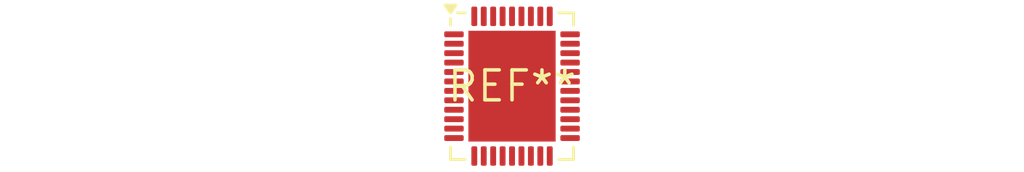
<source format=kicad_pcb>
(kicad_pcb (version 20240108) (generator pcbnew)
  (layers (0 "F.Cu" signal) (31 "B.Cu" signal) (34 "B.Paste" user) (35 "F.Paste" user) (36 "B.SilkS" user "B.Silkscreen") (37 "F.SilkS" user "F.Silkscreen") (38 "B.Mask" user) (39 "F.Mask" user) (44 "Edge.Cuts" user))
  (net 0 "")
  (footprint "QFN-42-1EP_5x6mm_P0.4mm_EP3.7x4.7mm" (layer "F.Cu") (at 0 0)
    (property "Reference" "REF**")
    (property "Value" "QFN-42-1EP_5x6mm_P0.4mm_EP3.7x4.7mm")
    (fp_line (start -2.61 -2.585) (end -2.61 -2.87) (layer "F.SilkS") (stroke (width 0.12)))
    (fp_line (start -2.61 3.11) (end -2.61 2.585) (layer "F.SilkS") (stroke (width 0.12)))
    (fp_line (start -1.985 -3.11) (end -2.31 -3.11) (layer "F.SilkS") (stroke (width 0.12)))
    (fp_line (start -1.985 3.11) (end -2.61 3.11) (layer "F.SilkS") (stroke (width 0.12)))
    (fp_line (start 1.985 -3.11) (end 2.61 -3.11) (layer "F.SilkS") (stroke (width 0.12)))
    (fp_line (start 1.985 3.11) (end 2.61 3.11) (layer "F.SilkS") (stroke (width 0.12)))
    (fp_line (start 2.61 -3.11) (end 2.61 -2.585) (layer "F.SilkS") (stroke (width 0.12)))
    (fp_line (start 2.61 3.11) (end 2.61 2.585) (layer "F.SilkS") (stroke (width 0.12)))
    (fp_poly (pts (xy -2.61 -3.11) (xy -2.85 -3.44) (xy -2.37 -3.44) (xy -2.61 -3.11)) (layer "F.SilkS") (stroke (width 0.12)) (fill solid))
    (pad "1" smd roundrect (at -2.4625 -2.2) (size 0.825 0.25) (layers "F.Cu" "F.Paste" "F.Mask"))
    (pad "2" smd roundrect (at -2.4625 -1.8) (size 0.825 0.25) (layers "F.Cu" "F.Paste" "F.Mask"))
    (pad "3" smd roundrect (at -2.4625 -1.4) (size 0.825 0.25) (layers "F.Cu" "F.Paste" "F.Mask"))
    (pad "4" smd roundrect (at -2.4625 -1) (size 0.825 0.25) (layers "F.Cu" "F.Paste" "F.Mask"))
    (pad "5" smd roundrect (at -2.4625 -0.6) (size 0.825 0.25) (layers "F.Cu" "F.Paste" "F.Mask"))
    (pad "6" smd roundrect (at -2.4625 -0.2) (size 0.825 0.25) (layers "F.Cu" "F.Paste" "F.Mask"))
    (pad "7" smd roundrect (at -2.4625 0.2) (size 0.825 0.25) (layers "F.Cu" "F.Paste" "F.Mask"))
    (pad "8" smd roundrect (at -2.4625 0.6) (size 0.825 0.25) (layers "F.Cu" "F.Paste" "F.Mask"))
    (pad "9" smd roundrect (at -2.4625 1) (size 0.825 0.25) (layers "F.Cu" "F.Paste" "F.Mask"))
    (pad "10" smd roundrect (at -2.4625 1.4) (size 0.825 0.25) (layers "F.Cu" "F.Paste" "F.Mask"))
    (pad "11" smd roundrect (at -2.4625 1.8) (size 0.825 0.25) (layers "F.Cu" "F.Paste" "F.Mask"))
    (pad "12" smd roundrect (at -2.4625 2.2) (size 0.825 0.25) (layers "F.Cu" "F.Paste" "F.Mask"))
    (pad "13" smd roundrect (at -1.6 2.9625) (size 0.25 0.825) (layers "F.Cu" "F.Paste" "F.Mask"))
    (pad "14" smd roundrect (at -1.2 2.9625) (size 0.25 0.825) (layers "F.Cu" "F.Paste" "F.Mask"))
    (pad "15" smd roundrect (at -0.8 2.9625) (size 0.25 0.825) (layers "F.Cu" "F.Paste" "F.Mask"))
    (pad "16" smd roundrect (at -0.4 2.9625) (size 0.25 0.825) (layers "F.Cu" "F.Paste" "F.Mask"))
    (pad "17" smd roundrect (at 0 2.9625) (size 0.25 0.825) (layers "F.Cu" "F.Paste" "F.Mask"))
    (pad "18" smd roundrect (at 0.4 2.9625) (size 0.25 0.825) (layers "F.Cu" "F.Paste" "F.Mask"))
    (pad "19" smd roundrect (at 0.8 2.9625) (size 0.25 0.825) (layers "F.Cu" "F.Paste" "F.Mask"))
    (pad "20" smd roundrect (at 1.2 2.9625) (size 0.25 0.825) (layers "F.Cu" "F.Paste" "F.Mask"))
    (pad "21" smd roundrect (at 1.6 2.9625) (size 0.25 0.825) (layers "F.Cu" "F.Paste" "F.Mask"))
    (pad "22" smd roundrect (at 2.4625 2.2) (size 0.825 0.25) (layers "F.Cu" "F.Paste" "F.Mask"))
    (pad "23" smd roundrect (at 2.4625 1.8) (size 0.825 0.25) (layers "F.Cu" "F.Paste" "F.Mask"))
    (pad "24" smd roundrect (at 2.4625 1.4) (size 0.825 0.25) (layers "F.Cu" "F.Paste" "F.Mask"))
    (pad "25" smd roundrect (at 2.4625 1) (size 0.825 0.25) (layers "F.Cu" "F.Paste" "F.Mask"))
    (pad "26" smd roundrect (at 2.4625 0.6) (size 0.825 0.25) (layers "F.Cu" "F.Paste" "F.Mask"))
    (pad "27" smd roundrect (at 2.4625 0.2) (size 0.825 0.25) (layers "F.Cu" "F.Paste" "F.Mask"))
    (pad "28" smd roundrect (at 2.4625 -0.2) (size 0.825 0.25) (layers "F.Cu" "F.Paste" "F.Mask"))
    (pad "29" smd roundrect (at 2.4625 -0.6) (size 0.825 0.25) (layers "F.Cu" "F.Paste" "F.Mask"))
    (pad "30" smd roundrect (at 2.4625 -1) (size 0.825 0.25) (layers "F.Cu" "F.Paste" "F.Mask"))
    (pad "31" smd roundrect (at 2.4625 -1.4) (size 0.825 0.25) (layers "F.Cu" "F.Paste" "F.Mask"))
    (pad "32" smd roundrect (at 2.4625 -1.8) (size 0.825 0.25) (layers "F.Cu" "F.Paste" "F.Mask"))
    (pad "33" smd roundrect (at 2.4625 -2.2) (size 0.825 0.25) (layers "F.Cu" "F.Paste" "F.Mask"))
    (pad "34" smd roundrect (at 1.6 -2.9625) (size 0.25 0.825) (layers "F.Cu" "F.Paste" "F.Mask"))
    (pad "35" smd roundrect (at 1.2 -2.9625) (size 0.25 0.825) (layers "F.Cu" "F.Paste" "F.Mask"))
    (pad "36" smd roundrect (at 0.8 -2.9625) (size 0.25 0.825) (layers "F.Cu" "F.Paste" "F.Mask"))
    (pad "37" smd roundrect (at 0.4 -2.9625) (size 0.25 0.825) (layers "F.Cu" "F.Paste" "F.Mask"))
    (pad "38" smd roundrect (at 0 -2.9625) (size 0.25 0.825) (layers "F.Cu" "F.Paste" "F.Mask"))
    (pad "39" smd roundrect (at -0.4 -2.9625) (size 0.25 0.825) (layers "F.Cu" "F.Paste" "F.Mask"))
    (pad "40" smd roundrect (at -0.8 -2.9625) (size 0.25 0.825) (layers "F.Cu" "F.Paste" "F.Mask"))
    (pad "41" smd roundrect (at -1.2 -2.9625) (size 0.25 0.825) (layers "F.Cu" "F.Paste" "F.Mask"))
    (pad "42" smd roundrect (at -1.6 -2.9625) (size 0.25 0.825) (layers "F.Cu" "F.Paste" "F.Mask"))
    (pad "43" smd rect (at 0 0) (size 3.7 4.7) (property pad_prop_heatsink) (layers "F.Cu" "F.Mask"))
  )
)
</source>
